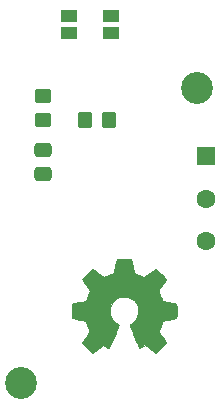
<source format=gbr>
%TF.GenerationSoftware,KiCad,Pcbnew,(6.0.5)*%
%TF.CreationDate,2022-05-15T18:56:35+01:00*%
%TF.ProjectId,shoulderButton,73686f75-6c64-4657-9242-7574746f6e2e,Rev1-F*%
%TF.SameCoordinates,Original*%
%TF.FileFunction,Soldermask,Top*%
%TF.FilePolarity,Negative*%
%FSLAX46Y46*%
G04 Gerber Fmt 4.6, Leading zero omitted, Abs format (unit mm)*
G04 Created by KiCad (PCBNEW (6.0.5)) date 2022-05-15 18:56:35*
%MOMM*%
%LPD*%
G01*
G04 APERTURE LIST*
G04 Aperture macros list*
%AMRoundRect*
0 Rectangle with rounded corners*
0 $1 Rounding radius*
0 $2 $3 $4 $5 $6 $7 $8 $9 X,Y pos of 4 corners*
0 Add a 4 corners polygon primitive as box body*
4,1,4,$2,$3,$4,$5,$6,$7,$8,$9,$2,$3,0*
0 Add four circle primitives for the rounded corners*
1,1,$1+$1,$2,$3*
1,1,$1+$1,$4,$5*
1,1,$1+$1,$6,$7*
1,1,$1+$1,$8,$9*
0 Add four rect primitives between the rounded corners*
20,1,$1+$1,$2,$3,$4,$5,0*
20,1,$1+$1,$4,$5,$6,$7,0*
20,1,$1+$1,$6,$7,$8,$9,0*
20,1,$1+$1,$8,$9,$2,$3,0*%
G04 Aperture macros list end*
%ADD10C,0.010000*%
%ADD11R,1.400000X1.050000*%
%ADD12RoundRect,0.250000X-0.475000X0.337500X-0.475000X-0.337500X0.475000X-0.337500X0.475000X0.337500X0*%
%ADD13C,2.700000*%
%ADD14RoundRect,0.250000X-0.450000X0.350000X-0.450000X-0.350000X0.450000X-0.350000X0.450000X0.350000X0*%
%ADD15RoundRect,0.250000X0.350000X0.450000X-0.350000X0.450000X-0.350000X-0.450000X0.350000X-0.450000X0*%
%ADD16RoundRect,0.250000X-0.550000X0.550000X-0.550000X-0.550000X0.550000X-0.550000X0.550000X0.550000X0*%
%ADD17C,1.600000*%
G04 APERTURE END LIST*
%TO.C,REF\u002A\u002A*%
G36*
X48617491Y-68611754D02*
G01*
X48730073Y-69208945D01*
X49145486Y-69380192D01*
X49560900Y-69551439D01*
X50059257Y-69212560D01*
X50198824Y-69118204D01*
X50324984Y-69033957D01*
X50431851Y-68963665D01*
X50513538Y-68911174D01*
X50564157Y-68880331D01*
X50577942Y-68873680D01*
X50602776Y-68890785D01*
X50655844Y-68938071D01*
X50731196Y-69009499D01*
X50822885Y-69099027D01*
X50924963Y-69200616D01*
X51031482Y-69308225D01*
X51136492Y-69415814D01*
X51234047Y-69517342D01*
X51318198Y-69606768D01*
X51382996Y-69678053D01*
X51422493Y-69725155D01*
X51431936Y-69740919D01*
X51418347Y-69769980D01*
X51380249Y-69833648D01*
X51321649Y-69925694D01*
X51246553Y-70039891D01*
X51158964Y-70170011D01*
X51108210Y-70244228D01*
X51015701Y-70379749D01*
X50933496Y-70502043D01*
X50865586Y-70605022D01*
X50815956Y-70682600D01*
X50788596Y-70728688D01*
X50784485Y-70738374D01*
X50793805Y-70765901D01*
X50819210Y-70830055D01*
X50856867Y-70921817D01*
X50902942Y-71032166D01*
X50953602Y-71152082D01*
X51005015Y-71272546D01*
X51053345Y-71384536D01*
X51094762Y-71479034D01*
X51125430Y-71547019D01*
X51141517Y-71579470D01*
X51142467Y-71580747D01*
X51167728Y-71586944D01*
X51235001Y-71600767D01*
X51337316Y-71620859D01*
X51467697Y-71645861D01*
X51619172Y-71674413D01*
X51707549Y-71690878D01*
X51869408Y-71721696D01*
X52015605Y-71751021D01*
X52138743Y-71777248D01*
X52231425Y-71798773D01*
X52286257Y-71813992D01*
X52297279Y-71818820D01*
X52308074Y-71851501D01*
X52316785Y-71925312D01*
X52323416Y-72031619D01*
X52327974Y-72161794D01*
X52330465Y-72307203D01*
X52330894Y-72459217D01*
X52329267Y-72609204D01*
X52325591Y-72748533D01*
X52319871Y-72868572D01*
X52312113Y-72960692D01*
X52302324Y-73016259D01*
X52296452Y-73027827D01*
X52261355Y-73041692D01*
X52186984Y-73061515D01*
X52083179Y-73084966D01*
X51959775Y-73109718D01*
X51916697Y-73117725D01*
X51709003Y-73155768D01*
X51544940Y-73186406D01*
X51419086Y-73210856D01*
X51326021Y-73230336D01*
X51260323Y-73246063D01*
X51216573Y-73259255D01*
X51189348Y-73271131D01*
X51173228Y-73282907D01*
X51170973Y-73285235D01*
X51148459Y-73322727D01*
X51114114Y-73395692D01*
X51071367Y-73495194D01*
X51023648Y-73612300D01*
X50974386Y-73738075D01*
X50927011Y-73863584D01*
X50884951Y-73979892D01*
X50851636Y-74078066D01*
X50830497Y-74149170D01*
X50824961Y-74184269D01*
X50825422Y-74185499D01*
X50844179Y-74214188D01*
X50886732Y-74277312D01*
X50948609Y-74368300D01*
X51025338Y-74480582D01*
X51112447Y-74607587D01*
X51137254Y-74643680D01*
X51225708Y-74774530D01*
X51303544Y-74893918D01*
X51366522Y-74994989D01*
X51410401Y-75070886D01*
X51430941Y-75114754D01*
X51431936Y-75120144D01*
X51414678Y-75148471D01*
X51366991Y-75204588D01*
X51295006Y-75282464D01*
X51204853Y-75376067D01*
X51102661Y-75479368D01*
X50994561Y-75586333D01*
X50886684Y-75690933D01*
X50785160Y-75787136D01*
X50696118Y-75868911D01*
X50625689Y-75930227D01*
X50580003Y-75965053D01*
X50567365Y-75970739D01*
X50537947Y-75957347D01*
X50477717Y-75921226D01*
X50396485Y-75868463D01*
X50333986Y-75825994D01*
X50220741Y-75748067D01*
X50086630Y-75656311D01*
X49952111Y-75564702D01*
X49879789Y-75515673D01*
X49634994Y-75350097D01*
X49429506Y-75461202D01*
X49335892Y-75509875D01*
X49256286Y-75547708D01*
X49202423Y-75569285D01*
X49188713Y-75572288D01*
X49172226Y-75550120D01*
X49139701Y-75487476D01*
X49093564Y-75390136D01*
X49036246Y-75263876D01*
X48970172Y-75114477D01*
X48897771Y-74947715D01*
X48821472Y-74769369D01*
X48743702Y-74585218D01*
X48666890Y-74401039D01*
X48593462Y-74222612D01*
X48525848Y-74055714D01*
X48466476Y-73906124D01*
X48417772Y-73779620D01*
X48382166Y-73681981D01*
X48362086Y-73618984D01*
X48358856Y-73597348D01*
X48384452Y-73569751D01*
X48440494Y-73524952D01*
X48515267Y-73472261D01*
X48521543Y-73468092D01*
X48714801Y-73313396D01*
X48870630Y-73132918D01*
X48987680Y-72932429D01*
X49064601Y-72717701D01*
X49100042Y-72494504D01*
X49092653Y-72268608D01*
X49041083Y-72045786D01*
X48943982Y-71831806D01*
X48915414Y-71784991D01*
X48766824Y-71595945D01*
X48591283Y-71444139D01*
X48394866Y-71330361D01*
X48183649Y-71255402D01*
X47963709Y-71220049D01*
X47741119Y-71225094D01*
X47521957Y-71271326D01*
X47312298Y-71359533D01*
X47118217Y-71490506D01*
X47058182Y-71543664D01*
X46905391Y-71710066D01*
X46794053Y-71885239D01*
X46717679Y-72081593D01*
X46675143Y-72276044D01*
X46664642Y-72494669D01*
X46699656Y-72714379D01*
X46776629Y-72927747D01*
X46892003Y-73127349D01*
X47042221Y-73305756D01*
X47223729Y-73455544D01*
X47247583Y-73471333D01*
X47323157Y-73523039D01*
X47380607Y-73567839D01*
X47408073Y-73596444D01*
X47408473Y-73597348D01*
X47402576Y-73628291D01*
X47379201Y-73698518D01*
X47340777Y-73802252D01*
X47289733Y-73933717D01*
X47228498Y-74087134D01*
X47159500Y-74256728D01*
X47085169Y-74436720D01*
X47007934Y-74621335D01*
X46930224Y-74804795D01*
X46854467Y-74981323D01*
X46783093Y-75145141D01*
X46718530Y-75290474D01*
X46663208Y-75411544D01*
X46619556Y-75502574D01*
X46590002Y-75557787D01*
X46578100Y-75572288D01*
X46541733Y-75560996D01*
X46473686Y-75530712D01*
X46385692Y-75486847D01*
X46337306Y-75461202D01*
X46131819Y-75350097D01*
X45887024Y-75515673D01*
X45762062Y-75600497D01*
X45625251Y-75693843D01*
X45497044Y-75781735D01*
X45432827Y-75825994D01*
X45342507Y-75886645D01*
X45266027Y-75934708D01*
X45213363Y-75964097D01*
X45196258Y-75970309D01*
X45171361Y-75953550D01*
X45116261Y-75906763D01*
X45036299Y-75834807D01*
X44936816Y-75742539D01*
X44823156Y-75634817D01*
X44751271Y-75565653D01*
X44625507Y-75442084D01*
X44516819Y-75331561D01*
X44429601Y-75238812D01*
X44368245Y-75168564D01*
X44337147Y-75125547D01*
X44334164Y-75116817D01*
X44348009Y-75083611D01*
X44386268Y-75016469D01*
X44444697Y-74922190D01*
X44519053Y-74807572D01*
X44605091Y-74679410D01*
X44629558Y-74643680D01*
X44718710Y-74513816D01*
X44798694Y-74396896D01*
X44865036Y-74299489D01*
X44913267Y-74228166D01*
X44938913Y-74189497D01*
X44941391Y-74185499D01*
X44937685Y-74154682D01*
X44918017Y-74086926D01*
X44885816Y-73991166D01*
X44844511Y-73876336D01*
X44797531Y-73751371D01*
X44748305Y-73625206D01*
X44700264Y-73506775D01*
X44656837Y-73405012D01*
X44621452Y-73328853D01*
X44597540Y-73287231D01*
X44595840Y-73285235D01*
X44581218Y-73273340D01*
X44556521Y-73261577D01*
X44516328Y-73248728D01*
X44455219Y-73233576D01*
X44367773Y-73214903D01*
X44248568Y-73191492D01*
X44092183Y-73162124D01*
X43893199Y-73125582D01*
X43850116Y-73117725D01*
X43722426Y-73093054D01*
X43611109Y-73068920D01*
X43526001Y-73047651D01*
X43476939Y-73031575D01*
X43470361Y-73027827D01*
X43459520Y-72994600D01*
X43450709Y-72920348D01*
X43443932Y-72813703D01*
X43439196Y-72683294D01*
X43436506Y-72537754D01*
X43435869Y-72385713D01*
X43437290Y-72235803D01*
X43440776Y-72096655D01*
X43446332Y-71976899D01*
X43453964Y-71885168D01*
X43463678Y-71830093D01*
X43469534Y-71818820D01*
X43502136Y-71807450D01*
X43576374Y-71788951D01*
X43684852Y-71764929D01*
X43820173Y-71736989D01*
X43974941Y-71706735D01*
X44059263Y-71690878D01*
X44219252Y-71660971D01*
X44361923Y-71633877D01*
X44480304Y-71610958D01*
X44567421Y-71593570D01*
X44616301Y-71583074D01*
X44624346Y-71580747D01*
X44637943Y-71554513D01*
X44666685Y-71491322D01*
X44706741Y-71400204D01*
X44754280Y-71290184D01*
X44805471Y-71170292D01*
X44856482Y-71049554D01*
X44903482Y-70936998D01*
X44942640Y-70841653D01*
X44970125Y-70772544D01*
X44982105Y-70738701D01*
X44982328Y-70737222D01*
X44968747Y-70710524D01*
X44930671Y-70649087D01*
X44872103Y-70559016D01*
X44797044Y-70446417D01*
X44709496Y-70317397D01*
X44658603Y-70243288D01*
X44565865Y-70107404D01*
X44483497Y-69984036D01*
X44415517Y-69879424D01*
X44365944Y-69799810D01*
X44338798Y-69751434D01*
X44334877Y-69740589D01*
X44351731Y-69715347D01*
X44398324Y-69661451D01*
X44468704Y-69584940D01*
X44556921Y-69491850D01*
X44657021Y-69388222D01*
X44763054Y-69280091D01*
X44869067Y-69173497D01*
X44969108Y-69074477D01*
X45057226Y-68989069D01*
X45127469Y-68923312D01*
X45173884Y-68883243D01*
X45189412Y-68873680D01*
X45214695Y-68887127D01*
X45275167Y-68924902D01*
X45364948Y-68983162D01*
X45478159Y-69058061D01*
X45608919Y-69145752D01*
X45707555Y-69212560D01*
X46205913Y-69551439D01*
X46621326Y-69380192D01*
X47036740Y-69208945D01*
X47149322Y-68611754D01*
X47261905Y-68014562D01*
X48504908Y-68014562D01*
X48617491Y-68611754D01*
G37*
D10*
X48617491Y-68611754D02*
X48730073Y-69208945D01*
X49145486Y-69380192D01*
X49560900Y-69551439D01*
X50059257Y-69212560D01*
X50198824Y-69118204D01*
X50324984Y-69033957D01*
X50431851Y-68963665D01*
X50513538Y-68911174D01*
X50564157Y-68880331D01*
X50577942Y-68873680D01*
X50602776Y-68890785D01*
X50655844Y-68938071D01*
X50731196Y-69009499D01*
X50822885Y-69099027D01*
X50924963Y-69200616D01*
X51031482Y-69308225D01*
X51136492Y-69415814D01*
X51234047Y-69517342D01*
X51318198Y-69606768D01*
X51382996Y-69678053D01*
X51422493Y-69725155D01*
X51431936Y-69740919D01*
X51418347Y-69769980D01*
X51380249Y-69833648D01*
X51321649Y-69925694D01*
X51246553Y-70039891D01*
X51158964Y-70170011D01*
X51108210Y-70244228D01*
X51015701Y-70379749D01*
X50933496Y-70502043D01*
X50865586Y-70605022D01*
X50815956Y-70682600D01*
X50788596Y-70728688D01*
X50784485Y-70738374D01*
X50793805Y-70765901D01*
X50819210Y-70830055D01*
X50856867Y-70921817D01*
X50902942Y-71032166D01*
X50953602Y-71152082D01*
X51005015Y-71272546D01*
X51053345Y-71384536D01*
X51094762Y-71479034D01*
X51125430Y-71547019D01*
X51141517Y-71579470D01*
X51142467Y-71580747D01*
X51167728Y-71586944D01*
X51235001Y-71600767D01*
X51337316Y-71620859D01*
X51467697Y-71645861D01*
X51619172Y-71674413D01*
X51707549Y-71690878D01*
X51869408Y-71721696D01*
X52015605Y-71751021D01*
X52138743Y-71777248D01*
X52231425Y-71798773D01*
X52286257Y-71813992D01*
X52297279Y-71818820D01*
X52308074Y-71851501D01*
X52316785Y-71925312D01*
X52323416Y-72031619D01*
X52327974Y-72161794D01*
X52330465Y-72307203D01*
X52330894Y-72459217D01*
X52329267Y-72609204D01*
X52325591Y-72748533D01*
X52319871Y-72868572D01*
X52312113Y-72960692D01*
X52302324Y-73016259D01*
X52296452Y-73027827D01*
X52261355Y-73041692D01*
X52186984Y-73061515D01*
X52083179Y-73084966D01*
X51959775Y-73109718D01*
X51916697Y-73117725D01*
X51709003Y-73155768D01*
X51544940Y-73186406D01*
X51419086Y-73210856D01*
X51326021Y-73230336D01*
X51260323Y-73246063D01*
X51216573Y-73259255D01*
X51189348Y-73271131D01*
X51173228Y-73282907D01*
X51170973Y-73285235D01*
X51148459Y-73322727D01*
X51114114Y-73395692D01*
X51071367Y-73495194D01*
X51023648Y-73612300D01*
X50974386Y-73738075D01*
X50927011Y-73863584D01*
X50884951Y-73979892D01*
X50851636Y-74078066D01*
X50830497Y-74149170D01*
X50824961Y-74184269D01*
X50825422Y-74185499D01*
X50844179Y-74214188D01*
X50886732Y-74277312D01*
X50948609Y-74368300D01*
X51025338Y-74480582D01*
X51112447Y-74607587D01*
X51137254Y-74643680D01*
X51225708Y-74774530D01*
X51303544Y-74893918D01*
X51366522Y-74994989D01*
X51410401Y-75070886D01*
X51430941Y-75114754D01*
X51431936Y-75120144D01*
X51414678Y-75148471D01*
X51366991Y-75204588D01*
X51295006Y-75282464D01*
X51204853Y-75376067D01*
X51102661Y-75479368D01*
X50994561Y-75586333D01*
X50886684Y-75690933D01*
X50785160Y-75787136D01*
X50696118Y-75868911D01*
X50625689Y-75930227D01*
X50580003Y-75965053D01*
X50567365Y-75970739D01*
X50537947Y-75957347D01*
X50477717Y-75921226D01*
X50396485Y-75868463D01*
X50333986Y-75825994D01*
X50220741Y-75748067D01*
X50086630Y-75656311D01*
X49952111Y-75564702D01*
X49879789Y-75515673D01*
X49634994Y-75350097D01*
X49429506Y-75461202D01*
X49335892Y-75509875D01*
X49256286Y-75547708D01*
X49202423Y-75569285D01*
X49188713Y-75572288D01*
X49172226Y-75550120D01*
X49139701Y-75487476D01*
X49093564Y-75390136D01*
X49036246Y-75263876D01*
X48970172Y-75114477D01*
X48897771Y-74947715D01*
X48821472Y-74769369D01*
X48743702Y-74585218D01*
X48666890Y-74401039D01*
X48593462Y-74222612D01*
X48525848Y-74055714D01*
X48466476Y-73906124D01*
X48417772Y-73779620D01*
X48382166Y-73681981D01*
X48362086Y-73618984D01*
X48358856Y-73597348D01*
X48384452Y-73569751D01*
X48440494Y-73524952D01*
X48515267Y-73472261D01*
X48521543Y-73468092D01*
X48714801Y-73313396D01*
X48870630Y-73132918D01*
X48987680Y-72932429D01*
X49064601Y-72717701D01*
X49100042Y-72494504D01*
X49092653Y-72268608D01*
X49041083Y-72045786D01*
X48943982Y-71831806D01*
X48915414Y-71784991D01*
X48766824Y-71595945D01*
X48591283Y-71444139D01*
X48394866Y-71330361D01*
X48183649Y-71255402D01*
X47963709Y-71220049D01*
X47741119Y-71225094D01*
X47521957Y-71271326D01*
X47312298Y-71359533D01*
X47118217Y-71490506D01*
X47058182Y-71543664D01*
X46905391Y-71710066D01*
X46794053Y-71885239D01*
X46717679Y-72081593D01*
X46675143Y-72276044D01*
X46664642Y-72494669D01*
X46699656Y-72714379D01*
X46776629Y-72927747D01*
X46892003Y-73127349D01*
X47042221Y-73305756D01*
X47223729Y-73455544D01*
X47247583Y-73471333D01*
X47323157Y-73523039D01*
X47380607Y-73567839D01*
X47408073Y-73596444D01*
X47408473Y-73597348D01*
X47402576Y-73628291D01*
X47379201Y-73698518D01*
X47340777Y-73802252D01*
X47289733Y-73933717D01*
X47228498Y-74087134D01*
X47159500Y-74256728D01*
X47085169Y-74436720D01*
X47007934Y-74621335D01*
X46930224Y-74804795D01*
X46854467Y-74981323D01*
X46783093Y-75145141D01*
X46718530Y-75290474D01*
X46663208Y-75411544D01*
X46619556Y-75502574D01*
X46590002Y-75557787D01*
X46578100Y-75572288D01*
X46541733Y-75560996D01*
X46473686Y-75530712D01*
X46385692Y-75486847D01*
X46337306Y-75461202D01*
X46131819Y-75350097D01*
X45887024Y-75515673D01*
X45762062Y-75600497D01*
X45625251Y-75693843D01*
X45497044Y-75781735D01*
X45432827Y-75825994D01*
X45342507Y-75886645D01*
X45266027Y-75934708D01*
X45213363Y-75964097D01*
X45196258Y-75970309D01*
X45171361Y-75953550D01*
X45116261Y-75906763D01*
X45036299Y-75834807D01*
X44936816Y-75742539D01*
X44823156Y-75634817D01*
X44751271Y-75565653D01*
X44625507Y-75442084D01*
X44516819Y-75331561D01*
X44429601Y-75238812D01*
X44368245Y-75168564D01*
X44337147Y-75125547D01*
X44334164Y-75116817D01*
X44348009Y-75083611D01*
X44386268Y-75016469D01*
X44444697Y-74922190D01*
X44519053Y-74807572D01*
X44605091Y-74679410D01*
X44629558Y-74643680D01*
X44718710Y-74513816D01*
X44798694Y-74396896D01*
X44865036Y-74299489D01*
X44913267Y-74228166D01*
X44938913Y-74189497D01*
X44941391Y-74185499D01*
X44937685Y-74154682D01*
X44918017Y-74086926D01*
X44885816Y-73991166D01*
X44844511Y-73876336D01*
X44797531Y-73751371D01*
X44748305Y-73625206D01*
X44700264Y-73506775D01*
X44656837Y-73405012D01*
X44621452Y-73328853D01*
X44597540Y-73287231D01*
X44595840Y-73285235D01*
X44581218Y-73273340D01*
X44556521Y-73261577D01*
X44516328Y-73248728D01*
X44455219Y-73233576D01*
X44367773Y-73214903D01*
X44248568Y-73191492D01*
X44092183Y-73162124D01*
X43893199Y-73125582D01*
X43850116Y-73117725D01*
X43722426Y-73093054D01*
X43611109Y-73068920D01*
X43526001Y-73047651D01*
X43476939Y-73031575D01*
X43470361Y-73027827D01*
X43459520Y-72994600D01*
X43450709Y-72920348D01*
X43443932Y-72813703D01*
X43439196Y-72683294D01*
X43436506Y-72537754D01*
X43435869Y-72385713D01*
X43437290Y-72235803D01*
X43440776Y-72096655D01*
X43446332Y-71976899D01*
X43453964Y-71885168D01*
X43463678Y-71830093D01*
X43469534Y-71818820D01*
X43502136Y-71807450D01*
X43576374Y-71788951D01*
X43684852Y-71764929D01*
X43820173Y-71736989D01*
X43974941Y-71706735D01*
X44059263Y-71690878D01*
X44219252Y-71660971D01*
X44361923Y-71633877D01*
X44480304Y-71610958D01*
X44567421Y-71593570D01*
X44616301Y-71583074D01*
X44624346Y-71580747D01*
X44637943Y-71554513D01*
X44666685Y-71491322D01*
X44706741Y-71400204D01*
X44754280Y-71290184D01*
X44805471Y-71170292D01*
X44856482Y-71049554D01*
X44903482Y-70936998D01*
X44942640Y-70841653D01*
X44970125Y-70772544D01*
X44982105Y-70738701D01*
X44982328Y-70737222D01*
X44968747Y-70710524D01*
X44930671Y-70649087D01*
X44872103Y-70559016D01*
X44797044Y-70446417D01*
X44709496Y-70317397D01*
X44658603Y-70243288D01*
X44565865Y-70107404D01*
X44483497Y-69984036D01*
X44415517Y-69879424D01*
X44365944Y-69799810D01*
X44338798Y-69751434D01*
X44334877Y-69740589D01*
X44351731Y-69715347D01*
X44398324Y-69661451D01*
X44468704Y-69584940D01*
X44556921Y-69491850D01*
X44657021Y-69388222D01*
X44763054Y-69280091D01*
X44869067Y-69173497D01*
X44969108Y-69074477D01*
X45057226Y-68989069D01*
X45127469Y-68923312D01*
X45173884Y-68883243D01*
X45189412Y-68873680D01*
X45214695Y-68887127D01*
X45275167Y-68924902D01*
X45364948Y-68983162D01*
X45478159Y-69058061D01*
X45608919Y-69145752D01*
X45707555Y-69212560D01*
X46205913Y-69551439D01*
X46621326Y-69380192D01*
X47036740Y-69208945D01*
X47149322Y-68611754D01*
X47261905Y-68014562D01*
X48504908Y-68014562D01*
X48617491Y-68611754D01*
%TD*%
D11*
%TO.C,SW1*%
X46780791Y-48895000D03*
X43180791Y-48895000D03*
X46780791Y-47445000D03*
X43180791Y-47445000D03*
%TD*%
D12*
%TO.C,C1*%
X41037000Y-58779500D03*
X41037000Y-60854500D03*
%TD*%
D13*
%TO.C,REF\u002A\u002A*%
X54066001Y-53562001D03*
%TD*%
D14*
%TO.C,R2*%
X41037000Y-54245000D03*
X41037000Y-56245000D03*
%TD*%
D15*
%TO.C,R1*%
X46593000Y-56261000D03*
X44593000Y-56261000D03*
%TD*%
D13*
%TO.C,REF\u002A\u002A*%
X39169001Y-78556001D03*
%TD*%
D16*
%TO.C,J1*%
X54798000Y-59309000D03*
D17*
X54798000Y-62909000D03*
X54798000Y-66509000D03*
%TD*%
M02*

</source>
